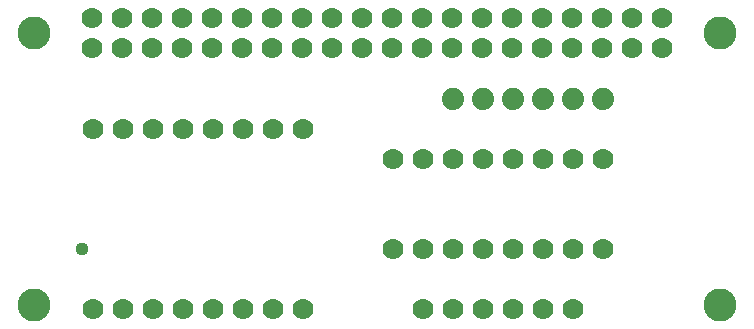
<source format=gbr>
%TF.GenerationSoftware,KiCad,Pcbnew,(6.0.7-1)-1*%
%TF.CreationDate,2022-08-15T15:20:02-07:00*%
%TF.ProjectId,KamiPCB,4b616d69-5043-4422-9e6b-696361645f70,rev?*%
%TF.SameCoordinates,Original*%
%TF.FileFunction,Soldermask,Bot*%
%TF.FilePolarity,Negative*%
%FSLAX46Y46*%
G04 Gerber Fmt 4.6, Leading zero omitted, Abs format (unit mm)*
G04 Created by KiCad (PCBNEW (6.0.7-1)-1) date 2022-08-15 15:20:02*
%MOMM*%
%LPD*%
G01*
G04 APERTURE LIST*
G04 Aperture macros list*
%AMRoundRect*
0 Rectangle with rounded corners*
0 $1 Rounding radius*
0 $2 $3 $4 $5 $6 $7 $8 $9 X,Y pos of 4 corners*
0 Add a 4 corners polygon primitive as box body*
4,1,4,$2,$3,$4,$5,$6,$7,$8,$9,$2,$3,0*
0 Add four circle primitives for the rounded corners*
1,1,$1+$1,$2,$3*
1,1,$1+$1,$4,$5*
1,1,$1+$1,$6,$7*
1,1,$1+$1,$8,$9*
0 Add four rect primitives between the rounded corners*
20,1,$1+$1,$2,$3,$4,$5,0*
20,1,$1+$1,$4,$5,$6,$7,0*
20,1,$1+$1,$6,$7,$8,$9,0*
20,1,$1+$1,$8,$9,$2,$3,0*%
G04 Aperture macros list end*
%ADD10C,1.778000*%
%ADD11C,2.800000*%
%ADD12RoundRect,0.237500X-0.250000X-0.237500X0.250000X-0.237500X0.250000X0.237500X-0.250000X0.237500X0*%
%ADD13C,1.879600*%
G04 APERTURE END LIST*
D10*
%TO.C,*%
X162560000Y-116840000D03*
%TD*%
%TO.C,*%
X157480000Y-116840000D03*
%TD*%
%TO.C,*%
X149860000Y-111760000D03*
%TD*%
%TO.C,*%
X165100000Y-104140000D03*
%TD*%
%TO.C,*%
X137160000Y-101600000D03*
%TD*%
%TO.C,*%
X132080000Y-101600000D03*
%TD*%
%TO.C,*%
X152400000Y-111760000D03*
%TD*%
%TO.C,*%
X149860000Y-104140000D03*
%TD*%
%TO.C,*%
X160020000Y-116840000D03*
%TD*%
%TO.C,*%
X154940000Y-111760000D03*
%TD*%
%TO.C,*%
X137160000Y-116840000D03*
%TD*%
%TO.C,*%
X157480000Y-111760000D03*
%TD*%
%TO.C,*%
X129540000Y-116840000D03*
%TD*%
D11*
%TO.C,RPI1*%
X119500757Y-93503271D03*
X177500757Y-116503271D03*
X177500757Y-93503271D03*
X119500757Y-116503271D03*
D10*
X124370757Y-94773271D03*
X124370757Y-92233271D03*
X126910757Y-94773271D03*
X126910757Y-92233271D03*
X129450757Y-94773271D03*
X129450757Y-92233271D03*
X131990757Y-94773271D03*
X131990757Y-92233271D03*
X134530757Y-94773271D03*
X134530757Y-92233271D03*
X137070757Y-94773271D03*
X137070757Y-92233271D03*
X139610757Y-94773271D03*
X139610757Y-92233271D03*
X142150757Y-94773271D03*
X142150757Y-92233271D03*
X144690757Y-94773271D03*
X144690757Y-92233271D03*
X147230757Y-94773271D03*
X147230757Y-92233271D03*
X149770757Y-94773271D03*
X149770757Y-92233271D03*
X152310757Y-94773271D03*
X152310757Y-92233271D03*
X154850757Y-94773271D03*
X154850757Y-92233271D03*
X157390757Y-94773271D03*
X157390757Y-92233271D03*
X159930757Y-94773271D03*
X159930757Y-92233271D03*
X162470757Y-94773271D03*
X162470757Y-92233271D03*
X165010757Y-94773271D03*
X165010757Y-92233271D03*
X167550757Y-94773271D03*
X167550757Y-92233271D03*
X170090757Y-94773271D03*
X170090757Y-92233271D03*
X172630757Y-94773271D03*
X172630757Y-92233271D03*
%TD*%
%TO.C,*%
X127000000Y-101600000D03*
%TD*%
%TO.C,*%
X124460000Y-116840000D03*
%TD*%
%TO.C,*%
X129540000Y-101600000D03*
%TD*%
%TO.C,*%
X167640000Y-104140000D03*
%TD*%
%TO.C,*%
X154940000Y-104140000D03*
%TD*%
D12*
%TO.C,*%
X123547500Y-111760000D03*
%TD*%
D10*
%TO.C,*%
X139700000Y-101600000D03*
%TD*%
%TO.C,*%
X124460000Y-101600000D03*
%TD*%
%TO.C,*%
X165100000Y-111760000D03*
%TD*%
%TO.C,*%
X160020000Y-104140000D03*
%TD*%
%TO.C,*%
X154940000Y-116840000D03*
%TD*%
%TO.C,*%
X152400000Y-116840000D03*
%TD*%
%TO.C,*%
X152400000Y-104140000D03*
%TD*%
%TO.C,*%
X160020000Y-111760000D03*
%TD*%
%TO.C,*%
X139700000Y-116840000D03*
%TD*%
%TO.C,*%
X167640000Y-111760000D03*
%TD*%
%TO.C,*%
X134620000Y-116840000D03*
%TD*%
%TO.C,*%
X162560000Y-104140000D03*
%TD*%
%TO.C,*%
X142240000Y-101600000D03*
%TD*%
D13*
%TO.C,JP1*%
X167640000Y-99060000D03*
X165100000Y-99060000D03*
X162560000Y-99060000D03*
X160020000Y-99060000D03*
X157480000Y-99060000D03*
X154940000Y-99060000D03*
%TD*%
D10*
%TO.C,*%
X142240000Y-116840000D03*
%TD*%
%TO.C,*%
X162560000Y-111760000D03*
%TD*%
%TO.C,*%
X134620000Y-101600000D03*
%TD*%
%TO.C,*%
X127000000Y-116840000D03*
%TD*%
%TO.C,*%
X132080000Y-116840000D03*
%TD*%
%TO.C,*%
X165100000Y-116840000D03*
%TD*%
%TO.C,*%
X157480000Y-104140000D03*
%TD*%
M02*

</source>
